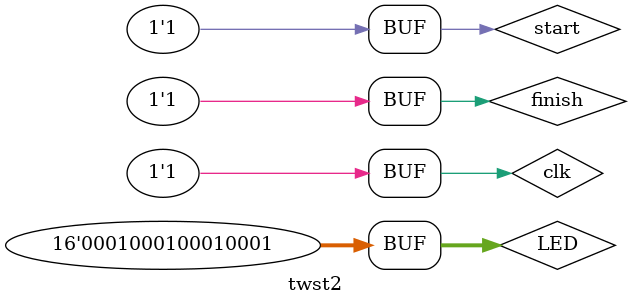
<source format=v>
`timescale 1ns / 1ps


module twst2;

	// Inputs
	reg [15:0] LED;
	reg start;
	reg clk;
	reg finish;

	// Outputs
	wire LED_D0;

	// Instantiate the Unit Under Test (UUT)
	LED_DRV uut (
		.LED(LED), 
		.start(start), 
		.clk(clk), 
		.finish(finish), 
		.LED_D0(LED_D0)
	);

		initial begin
		// Initialize Inputs
		LED = 0;
		start = 0;
		finish = 1;
		// Wait 100 ns for global reset to finish
		#100;
      LED = 16'b0001000100010001;
		start = 0;
		#500;
		start = 1;
		#500;
		// Add stimulus here
	end
   
	always begin
	clk = 0;#20;
	clk = 1;#20;
	end
      
endmodule


</source>
